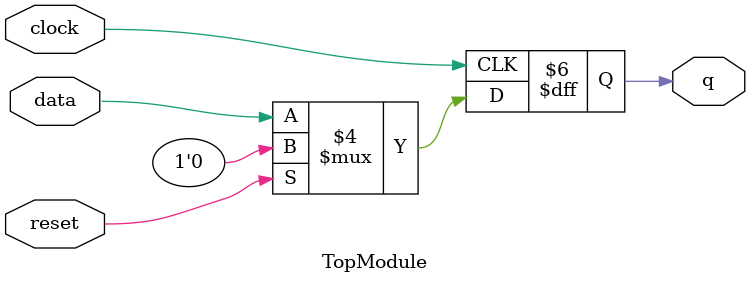
<source format=sv>

module TopModule (
  input clock,
  input data,
  input reset,
  output reg q
);

always @(posedge clock) begin
  if (reset)
    q <= 0;
  else
    q <= data;
end

assign q_bar = !q; // Providing the complement of 'q' as 'q_bar' for convenience

endmodule

// VERILOG-EVAL: errant inclusion of module definition

</source>
